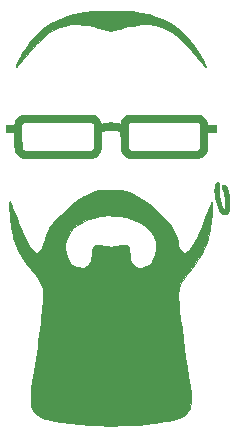
<source format=gbr>
%TF.GenerationSoftware,KiCad,Pcbnew,5.1.6-c6e7f7d~87~ubuntu20.04.1*%
%TF.CreationDate,2020-07-24T20:50:48-07:00*%
%TF.ProjectId,bcdc-keys,62636463-2d6b-4657-9973-2e6b69636164,rev?*%
%TF.SameCoordinates,Original*%
%TF.FileFunction,Soldermask,Top*%
%TF.FilePolarity,Negative*%
%FSLAX46Y46*%
G04 Gerber Fmt 4.6, Leading zero omitted, Abs format (unit mm)*
G04 Created by KiCad (PCBNEW 5.1.6-c6e7f7d~87~ubuntu20.04.1) date 2020-07-24 20:50:48*
%MOMM*%
%LPD*%
G01*
G04 APERTURE LIST*
%ADD10C,0.010000*%
G04 APERTURE END LIST*
D10*
%TO.C,G\u002A\u002A\u002A*%
G36*
X105834Y2352795D02*
G01*
X505342Y2331690D01*
X854697Y2291406D01*
X1172740Y2227525D01*
X1478311Y2135629D01*
X1790252Y2011299D01*
X2019598Y1904025D01*
X2445774Y1670642D01*
X2875373Y1386309D01*
X3313480Y1047103D01*
X3765177Y649096D01*
X4217276Y207062D01*
X4389276Y28608D01*
X4557185Y-150566D01*
X4709918Y-318264D01*
X4836390Y-462288D01*
X4925515Y-570438D01*
X4934428Y-582084D01*
X5128980Y-874527D01*
X5299417Y-1198225D01*
X5433627Y-1527826D01*
X5507420Y-1781528D01*
X5589083Y-2108607D01*
X5670341Y-2372195D01*
X5754633Y-2579252D01*
X5845398Y-2736739D01*
X5946074Y-2851614D01*
X6060100Y-2930838D01*
X6080166Y-2940839D01*
X6172946Y-2977480D01*
X6245390Y-2978399D01*
X6322218Y-2951660D01*
X6478654Y-2853055D01*
X6645713Y-2685180D01*
X6823159Y-2448482D01*
X7010753Y-2143407D01*
X7208260Y-1770400D01*
X7415442Y-1329906D01*
X7632062Y-822373D01*
X7857884Y-248244D01*
X8078697Y352778D01*
X8155899Y564809D01*
X8232864Y768241D01*
X8303628Y947872D01*
X8362227Y1088503D01*
X8397072Y1164166D01*
X8451216Y1269075D01*
X8482926Y1317919D01*
X8501557Y1317626D01*
X8516460Y1275122D01*
X8521341Y1256198D01*
X8535343Y1145269D01*
X8538254Y975106D01*
X8531070Y755987D01*
X8514782Y498190D01*
X8490385Y211994D01*
X8458872Y-92323D01*
X8421236Y-404482D01*
X8378471Y-714205D01*
X8331570Y-1011213D01*
X8281526Y-1285229D01*
X8270368Y-1340556D01*
X8179139Y-1730174D01*
X8068025Y-2098801D01*
X7932277Y-2455560D01*
X7767147Y-2809576D01*
X7567885Y-3169973D01*
X7329743Y-3545874D01*
X7047971Y-3946405D01*
X6717821Y-4380689D01*
X6630274Y-4491691D01*
X6393148Y-4792878D01*
X6193855Y-5055428D01*
X6029879Y-5288859D01*
X5898708Y-5502690D01*
X5797828Y-5706440D01*
X5724726Y-5909630D01*
X5676889Y-6121777D01*
X5651803Y-6352401D01*
X5646954Y-6611021D01*
X5659831Y-6907157D01*
X5687918Y-7250328D01*
X5728704Y-7650052D01*
X5748422Y-7831667D01*
X5835231Y-8595956D01*
X5931985Y-9396364D01*
X6036526Y-10216976D01*
X6146694Y-11041877D01*
X6260330Y-11855152D01*
X6375274Y-12640886D01*
X6489368Y-13383164D01*
X6566877Y-13864167D01*
X6639932Y-14339245D01*
X6691665Y-14753473D01*
X6721669Y-15113384D01*
X6729537Y-15425511D01*
X6714863Y-15696389D01*
X6677240Y-15932551D01*
X6616260Y-16140531D01*
X6531518Y-16326863D01*
X6422606Y-16498079D01*
X6401107Y-16526876D01*
X6274913Y-16656133D01*
X6101084Y-16785207D01*
X5901235Y-16900384D01*
X5696978Y-16987952D01*
X5650497Y-17003096D01*
X5423764Y-17064810D01*
X5140180Y-17130709D01*
X4813143Y-17198429D01*
X4456053Y-17265605D01*
X4082309Y-17329875D01*
X3705311Y-17388875D01*
X3338457Y-17440241D01*
X2995147Y-17481609D01*
X2857500Y-17495793D01*
X2398471Y-17533894D01*
X1884821Y-17565368D01*
X1332198Y-17589934D01*
X756250Y-17607314D01*
X172626Y-17617228D01*
X-403027Y-17619398D01*
X-955059Y-17613545D01*
X-1467824Y-17599389D01*
X-1869722Y-17580107D01*
X-2697603Y-17518687D01*
X-3480227Y-17436467D01*
X-4211980Y-17334243D01*
X-4887243Y-17212813D01*
X-5500399Y-17072971D01*
X-5564061Y-17056434D01*
X-5901744Y-16947898D01*
X-6178000Y-16814589D01*
X-6398825Y-16652527D01*
X-6570215Y-16457731D01*
X-6642938Y-16340075D01*
X-6730890Y-16151969D01*
X-6795780Y-15948560D01*
X-6837809Y-15722497D01*
X-6857180Y-15466425D01*
X-6854094Y-15172991D01*
X-6828752Y-14834842D01*
X-6781357Y-14444624D01*
X-6712110Y-13994985D01*
X-6707942Y-13970000D01*
X-6633239Y-13513503D01*
X-6557498Y-13031390D01*
X-6481410Y-12529235D01*
X-6405663Y-12012609D01*
X-6330948Y-11487086D01*
X-6257953Y-10958239D01*
X-6187367Y-10431640D01*
X-6119880Y-9912863D01*
X-6056182Y-9407479D01*
X-5996962Y-8921062D01*
X-5942909Y-8459184D01*
X-5894712Y-8027418D01*
X-5853061Y-7631338D01*
X-5818645Y-7276515D01*
X-5792153Y-6968523D01*
X-5774276Y-6712935D01*
X-5765701Y-6515322D01*
X-5767120Y-6381259D01*
X-5767910Y-6370698D01*
X-5826512Y-5994111D01*
X-5939094Y-5650771D01*
X-6111233Y-5327396D01*
X-6329863Y-5032696D01*
X-6517228Y-4804221D01*
X-6721639Y-4545349D01*
X-6930754Y-4272441D01*
X-7132235Y-4001857D01*
X-7313743Y-3749960D01*
X-7462937Y-3533111D01*
X-7478137Y-3510139D01*
X-7758826Y-3052990D01*
X-7985885Y-2611674D01*
X-8167334Y-2167704D01*
X-8311190Y-1702595D01*
X-8374390Y-1443615D01*
X-8428005Y-1179471D01*
X-8478893Y-881721D01*
X-8525756Y-562756D01*
X-8567295Y-234965D01*
X-8602212Y89260D01*
X-8629208Y397531D01*
X-8646986Y677457D01*
X-8654247Y916649D01*
X-8649692Y1102715D01*
X-8645805Y1146528D01*
X-8622441Y1358194D01*
X-8505185Y1111250D01*
X-8461384Y1012712D01*
X-8397108Y859591D01*
X-8316948Y663256D01*
X-8225500Y435074D01*
X-8127357Y186415D01*
X-8027112Y-71354D01*
X-8023097Y-81762D01*
X-7916014Y-356794D01*
X-7804442Y-638652D01*
X-7694451Y-912335D01*
X-7592108Y-1162847D01*
X-7503481Y-1375189D01*
X-7443174Y-1515125D01*
X-7268166Y-1887582D01*
X-7093602Y-2212547D01*
X-6922462Y-2485624D01*
X-6757726Y-2702418D01*
X-6602373Y-2858533D01*
X-6475724Y-2942262D01*
X-6384068Y-2978139D01*
X-6311617Y-2977861D01*
X-6236671Y-2951066D01*
X-6096202Y-2865764D01*
X-5974406Y-2735031D01*
X-5928200Y-2655934D01*
X-3903009Y-2655934D01*
X-3843984Y-3031686D01*
X-3735655Y-3381317D01*
X-3592146Y-3670524D01*
X-3412156Y-3900771D01*
X-3194380Y-4073523D01*
X-2937517Y-4190247D01*
X-2777430Y-4231426D01*
X-2534551Y-4261364D01*
X-2333517Y-4245062D01*
X-2202892Y-4202073D01*
X-2051617Y-4103034D01*
X-1909047Y-3956190D01*
X-1794217Y-3783532D01*
X-1745454Y-3673595D01*
X-1719900Y-3571891D01*
X-1694670Y-3421283D01*
X-1672925Y-3243366D01*
X-1659544Y-3086806D01*
X-1642353Y-2867867D01*
X-1622065Y-2706668D01*
X-1594932Y-2590393D01*
X-1557208Y-2506230D01*
X-1505144Y-2441364D01*
X-1459054Y-2401280D01*
X-1404732Y-2364220D01*
X-1345722Y-2342588D01*
X-1263709Y-2333634D01*
X-1140377Y-2334609D01*
X-1041906Y-2338679D01*
X-862589Y-2353200D01*
X-676600Y-2378210D01*
X-519025Y-2408808D01*
X-493889Y-2415200D01*
X-295581Y-2449776D01*
X-63152Y-2461446D01*
X176052Y-2451055D01*
X394689Y-2419447D01*
X524783Y-2383752D01*
X659380Y-2351688D01*
X837306Y-2332428D01*
X969817Y-2328334D01*
X1144304Y-2334850D01*
X1276509Y-2360149D01*
X1372980Y-2412854D01*
X1440267Y-2501587D01*
X1484918Y-2634974D01*
X1513484Y-2821636D01*
X1532454Y-3069167D01*
X1557042Y-3343473D01*
X1597984Y-3563919D01*
X1659671Y-3746178D01*
X1746493Y-3905923D01*
X1780656Y-3955335D01*
X1929243Y-4115862D01*
X2102021Y-4216745D01*
X2305788Y-4260116D01*
X2547341Y-4248107D01*
X2652917Y-4228946D01*
X2940241Y-4135136D01*
X3189046Y-3986214D01*
X3392811Y-3787174D01*
X3543175Y-3546925D01*
X3685004Y-3171798D01*
X3763604Y-2785856D01*
X3778878Y-2398566D01*
X3730729Y-2019397D01*
X3619060Y-1657816D01*
X3563687Y-1534584D01*
X3374136Y-1225302D01*
X3124177Y-940861D01*
X2820256Y-683550D01*
X2468820Y-455660D01*
X2076316Y-259482D01*
X1649191Y-97307D01*
X1193893Y28574D01*
X716867Y115871D01*
X224561Y162293D01*
X-276578Y165548D01*
X-780104Y123347D01*
X-1005416Y88975D01*
X-1464959Y-12102D01*
X-1910369Y-150144D01*
X-2326675Y-319333D01*
X-2698903Y-513851D01*
X-2910051Y-651064D01*
X-3229674Y-918050D01*
X-3490173Y-1218343D01*
X-3689651Y-1547109D01*
X-3826213Y-1899518D01*
X-3897965Y-2270737D01*
X-3903009Y-2655934D01*
X-5928200Y-2655934D01*
X-5868111Y-2553075D01*
X-5774146Y-2314103D01*
X-5689339Y-2012322D01*
X-5664681Y-1906315D01*
X-5548889Y-1508464D01*
X-5384185Y-1116057D01*
X-5181572Y-753118D01*
X-5050157Y-564445D01*
X-4972599Y-470065D01*
X-4855345Y-337203D01*
X-4708743Y-177110D01*
X-4543142Y-1037D01*
X-4368892Y179763D01*
X-4316475Y233245D01*
X-3893922Y646426D01*
X-3493868Y1002948D01*
X-3107619Y1309434D01*
X-2726480Y1572510D01*
X-2341756Y1798801D01*
X-2099028Y1922849D01*
X-1733487Y2083962D01*
X-1380189Y2204663D01*
X-1022593Y2288175D01*
X-644157Y2337726D01*
X-228341Y2356540D01*
X105834Y2352795D01*
G37*
X105834Y2352795D02*
X505342Y2331690D01*
X854697Y2291406D01*
X1172740Y2227525D01*
X1478311Y2135629D01*
X1790252Y2011299D01*
X2019598Y1904025D01*
X2445774Y1670642D01*
X2875373Y1386309D01*
X3313480Y1047103D01*
X3765177Y649096D01*
X4217276Y207062D01*
X4389276Y28608D01*
X4557185Y-150566D01*
X4709918Y-318264D01*
X4836390Y-462288D01*
X4925515Y-570438D01*
X4934428Y-582084D01*
X5128980Y-874527D01*
X5299417Y-1198225D01*
X5433627Y-1527826D01*
X5507420Y-1781528D01*
X5589083Y-2108607D01*
X5670341Y-2372195D01*
X5754633Y-2579252D01*
X5845398Y-2736739D01*
X5946074Y-2851614D01*
X6060100Y-2930838D01*
X6080166Y-2940839D01*
X6172946Y-2977480D01*
X6245390Y-2978399D01*
X6322218Y-2951660D01*
X6478654Y-2853055D01*
X6645713Y-2685180D01*
X6823159Y-2448482D01*
X7010753Y-2143407D01*
X7208260Y-1770400D01*
X7415442Y-1329906D01*
X7632062Y-822373D01*
X7857884Y-248244D01*
X8078697Y352778D01*
X8155899Y564809D01*
X8232864Y768241D01*
X8303628Y947872D01*
X8362227Y1088503D01*
X8397072Y1164166D01*
X8451216Y1269075D01*
X8482926Y1317919D01*
X8501557Y1317626D01*
X8516460Y1275122D01*
X8521341Y1256198D01*
X8535343Y1145269D01*
X8538254Y975106D01*
X8531070Y755987D01*
X8514782Y498190D01*
X8490385Y211994D01*
X8458872Y-92323D01*
X8421236Y-404482D01*
X8378471Y-714205D01*
X8331570Y-1011213D01*
X8281526Y-1285229D01*
X8270368Y-1340556D01*
X8179139Y-1730174D01*
X8068025Y-2098801D01*
X7932277Y-2455560D01*
X7767147Y-2809576D01*
X7567885Y-3169973D01*
X7329743Y-3545874D01*
X7047971Y-3946405D01*
X6717821Y-4380689D01*
X6630274Y-4491691D01*
X6393148Y-4792878D01*
X6193855Y-5055428D01*
X6029879Y-5288859D01*
X5898708Y-5502690D01*
X5797828Y-5706440D01*
X5724726Y-5909630D01*
X5676889Y-6121777D01*
X5651803Y-6352401D01*
X5646954Y-6611021D01*
X5659831Y-6907157D01*
X5687918Y-7250328D01*
X5728704Y-7650052D01*
X5748422Y-7831667D01*
X5835231Y-8595956D01*
X5931985Y-9396364D01*
X6036526Y-10216976D01*
X6146694Y-11041877D01*
X6260330Y-11855152D01*
X6375274Y-12640886D01*
X6489368Y-13383164D01*
X6566877Y-13864167D01*
X6639932Y-14339245D01*
X6691665Y-14753473D01*
X6721669Y-15113384D01*
X6729537Y-15425511D01*
X6714863Y-15696389D01*
X6677240Y-15932551D01*
X6616260Y-16140531D01*
X6531518Y-16326863D01*
X6422606Y-16498079D01*
X6401107Y-16526876D01*
X6274913Y-16656133D01*
X6101084Y-16785207D01*
X5901235Y-16900384D01*
X5696978Y-16987952D01*
X5650497Y-17003096D01*
X5423764Y-17064810D01*
X5140180Y-17130709D01*
X4813143Y-17198429D01*
X4456053Y-17265605D01*
X4082309Y-17329875D01*
X3705311Y-17388875D01*
X3338457Y-17440241D01*
X2995147Y-17481609D01*
X2857500Y-17495793D01*
X2398471Y-17533894D01*
X1884821Y-17565368D01*
X1332198Y-17589934D01*
X756250Y-17607314D01*
X172626Y-17617228D01*
X-403027Y-17619398D01*
X-955059Y-17613545D01*
X-1467824Y-17599389D01*
X-1869722Y-17580107D01*
X-2697603Y-17518687D01*
X-3480227Y-17436467D01*
X-4211980Y-17334243D01*
X-4887243Y-17212813D01*
X-5500399Y-17072971D01*
X-5564061Y-17056434D01*
X-5901744Y-16947898D01*
X-6178000Y-16814589D01*
X-6398825Y-16652527D01*
X-6570215Y-16457731D01*
X-6642938Y-16340075D01*
X-6730890Y-16151969D01*
X-6795780Y-15948560D01*
X-6837809Y-15722497D01*
X-6857180Y-15466425D01*
X-6854094Y-15172991D01*
X-6828752Y-14834842D01*
X-6781357Y-14444624D01*
X-6712110Y-13994985D01*
X-6707942Y-13970000D01*
X-6633239Y-13513503D01*
X-6557498Y-13031390D01*
X-6481410Y-12529235D01*
X-6405663Y-12012609D01*
X-6330948Y-11487086D01*
X-6257953Y-10958239D01*
X-6187367Y-10431640D01*
X-6119880Y-9912863D01*
X-6056182Y-9407479D01*
X-5996962Y-8921062D01*
X-5942909Y-8459184D01*
X-5894712Y-8027418D01*
X-5853061Y-7631338D01*
X-5818645Y-7276515D01*
X-5792153Y-6968523D01*
X-5774276Y-6712935D01*
X-5765701Y-6515322D01*
X-5767120Y-6381259D01*
X-5767910Y-6370698D01*
X-5826512Y-5994111D01*
X-5939094Y-5650771D01*
X-6111233Y-5327396D01*
X-6329863Y-5032696D01*
X-6517228Y-4804221D01*
X-6721639Y-4545349D01*
X-6930754Y-4272441D01*
X-7132235Y-4001857D01*
X-7313743Y-3749960D01*
X-7462937Y-3533111D01*
X-7478137Y-3510139D01*
X-7758826Y-3052990D01*
X-7985885Y-2611674D01*
X-8167334Y-2167704D01*
X-8311190Y-1702595D01*
X-8374390Y-1443615D01*
X-8428005Y-1179471D01*
X-8478893Y-881721D01*
X-8525756Y-562756D01*
X-8567295Y-234965D01*
X-8602212Y89260D01*
X-8629208Y397531D01*
X-8646986Y677457D01*
X-8654247Y916649D01*
X-8649692Y1102715D01*
X-8645805Y1146528D01*
X-8622441Y1358194D01*
X-8505185Y1111250D01*
X-8461384Y1012712D01*
X-8397108Y859591D01*
X-8316948Y663256D01*
X-8225500Y435074D01*
X-8127357Y186415D01*
X-8027112Y-71354D01*
X-8023097Y-81762D01*
X-7916014Y-356794D01*
X-7804442Y-638652D01*
X-7694451Y-912335D01*
X-7592108Y-1162847D01*
X-7503481Y-1375189D01*
X-7443174Y-1515125D01*
X-7268166Y-1887582D01*
X-7093602Y-2212547D01*
X-6922462Y-2485624D01*
X-6757726Y-2702418D01*
X-6602373Y-2858533D01*
X-6475724Y-2942262D01*
X-6384068Y-2978139D01*
X-6311617Y-2977861D01*
X-6236671Y-2951066D01*
X-6096202Y-2865764D01*
X-5974406Y-2735031D01*
X-5928200Y-2655934D01*
X-3903009Y-2655934D01*
X-3843984Y-3031686D01*
X-3735655Y-3381317D01*
X-3592146Y-3670524D01*
X-3412156Y-3900771D01*
X-3194380Y-4073523D01*
X-2937517Y-4190247D01*
X-2777430Y-4231426D01*
X-2534551Y-4261364D01*
X-2333517Y-4245062D01*
X-2202892Y-4202073D01*
X-2051617Y-4103034D01*
X-1909047Y-3956190D01*
X-1794217Y-3783532D01*
X-1745454Y-3673595D01*
X-1719900Y-3571891D01*
X-1694670Y-3421283D01*
X-1672925Y-3243366D01*
X-1659544Y-3086806D01*
X-1642353Y-2867867D01*
X-1622065Y-2706668D01*
X-1594932Y-2590393D01*
X-1557208Y-2506230D01*
X-1505144Y-2441364D01*
X-1459054Y-2401280D01*
X-1404732Y-2364220D01*
X-1345722Y-2342588D01*
X-1263709Y-2333634D01*
X-1140377Y-2334609D01*
X-1041906Y-2338679D01*
X-862589Y-2353200D01*
X-676600Y-2378210D01*
X-519025Y-2408808D01*
X-493889Y-2415200D01*
X-295581Y-2449776D01*
X-63152Y-2461446D01*
X176052Y-2451055D01*
X394689Y-2419447D01*
X524783Y-2383752D01*
X659380Y-2351688D01*
X837306Y-2332428D01*
X969817Y-2328334D01*
X1144304Y-2334850D01*
X1276509Y-2360149D01*
X1372980Y-2412854D01*
X1440267Y-2501587D01*
X1484918Y-2634974D01*
X1513484Y-2821636D01*
X1532454Y-3069167D01*
X1557042Y-3343473D01*
X1597984Y-3563919D01*
X1659671Y-3746178D01*
X1746493Y-3905923D01*
X1780656Y-3955335D01*
X1929243Y-4115862D01*
X2102021Y-4216745D01*
X2305788Y-4260116D01*
X2547341Y-4248107D01*
X2652917Y-4228946D01*
X2940241Y-4135136D01*
X3189046Y-3986214D01*
X3392811Y-3787174D01*
X3543175Y-3546925D01*
X3685004Y-3171798D01*
X3763604Y-2785856D01*
X3778878Y-2398566D01*
X3730729Y-2019397D01*
X3619060Y-1657816D01*
X3563687Y-1534584D01*
X3374136Y-1225302D01*
X3124177Y-940861D01*
X2820256Y-683550D01*
X2468820Y-455660D01*
X2076316Y-259482D01*
X1649191Y-97307D01*
X1193893Y28574D01*
X716867Y115871D01*
X224561Y162293D01*
X-276578Y165548D01*
X-780104Y123347D01*
X-1005416Y88975D01*
X-1464959Y-12102D01*
X-1910369Y-150144D01*
X-2326675Y-319333D01*
X-2698903Y-513851D01*
X-2910051Y-651064D01*
X-3229674Y-918050D01*
X-3490173Y-1218343D01*
X-3689651Y-1547109D01*
X-3826213Y-1899518D01*
X-3897965Y-2270737D01*
X-3903009Y-2655934D01*
X-5928200Y-2655934D01*
X-5868111Y-2553075D01*
X-5774146Y-2314103D01*
X-5689339Y-2012322D01*
X-5664681Y-1906315D01*
X-5548889Y-1508464D01*
X-5384185Y-1116057D01*
X-5181572Y-753118D01*
X-5050157Y-564445D01*
X-4972599Y-470065D01*
X-4855345Y-337203D01*
X-4708743Y-177110D01*
X-4543142Y-1037D01*
X-4368892Y179763D01*
X-4316475Y233245D01*
X-3893922Y646426D01*
X-3493868Y1002948D01*
X-3107619Y1309434D01*
X-2726480Y1572510D01*
X-2341756Y1798801D01*
X-2099028Y1922849D01*
X-1733487Y2083962D01*
X-1380189Y2204663D01*
X-1022593Y2288175D01*
X-644157Y2337726D01*
X-228341Y2356540D01*
X105834Y2352795D01*
G36*
X9023469Y2975553D02*
G01*
X9092496Y2931734D01*
X9124280Y2842215D01*
X9120045Y2700826D01*
X9100402Y2586983D01*
X9075893Y2368533D01*
X9080211Y2103910D01*
X9112027Y1810722D01*
X9170007Y1506580D01*
X9187608Y1434145D01*
X9236754Y1264987D01*
X9297827Y1090936D01*
X9364287Y927234D01*
X9429589Y789127D01*
X9487193Y691857D01*
X9522303Y654306D01*
X9554798Y667103D01*
X9584393Y738340D01*
X9608574Y855905D01*
X9624826Y1007684D01*
X9630637Y1176264D01*
X9619280Y1384572D01*
X9588142Y1628725D01*
X9542010Y1882700D01*
X9485670Y2120473D01*
X9423910Y2316022D01*
X9418335Y2330444D01*
X9360884Y2515033D01*
X9353555Y2650096D01*
X9396348Y2735576D01*
X9420499Y2752380D01*
X9513625Y2773819D01*
X9600890Y2733552D01*
X9683611Y2629628D01*
X9763102Y2460096D01*
X9840678Y2223003D01*
X9881847Y2067758D01*
X9923157Y1859392D01*
X9953598Y1619975D01*
X9972506Y1367421D01*
X9979217Y1119641D01*
X9973065Y894550D01*
X9953387Y710061D01*
X9935263Y627856D01*
X9858589Y446392D01*
X9754451Y322773D01*
X9629123Y260192D01*
X9488878Y261841D01*
X9345009Y327502D01*
X9219090Y446930D01*
X9099579Y626020D01*
X8990008Y853936D01*
X8893906Y1119843D01*
X8814805Y1412907D01*
X8756234Y1722291D01*
X8721724Y2037161D01*
X8713753Y2264861D01*
X8725549Y2536104D01*
X8760987Y2744116D01*
X8819666Y2887979D01*
X8901187Y2966776D01*
X9005150Y2979590D01*
X9023469Y2975553D01*
G37*
X9023469Y2975553D02*
X9092496Y2931734D01*
X9124280Y2842215D01*
X9120045Y2700826D01*
X9100402Y2586983D01*
X9075893Y2368533D01*
X9080211Y2103910D01*
X9112027Y1810722D01*
X9170007Y1506580D01*
X9187608Y1434145D01*
X9236754Y1264987D01*
X9297827Y1090936D01*
X9364287Y927234D01*
X9429589Y789127D01*
X9487193Y691857D01*
X9522303Y654306D01*
X9554798Y667103D01*
X9584393Y738340D01*
X9608574Y855905D01*
X9624826Y1007684D01*
X9630637Y1176264D01*
X9619280Y1384572D01*
X9588142Y1628725D01*
X9542010Y1882700D01*
X9485670Y2120473D01*
X9423910Y2316022D01*
X9418335Y2330444D01*
X9360884Y2515033D01*
X9353555Y2650096D01*
X9396348Y2735576D01*
X9420499Y2752380D01*
X9513625Y2773819D01*
X9600890Y2733552D01*
X9683611Y2629628D01*
X9763102Y2460096D01*
X9840678Y2223003D01*
X9881847Y2067758D01*
X9923157Y1859392D01*
X9953598Y1619975D01*
X9972506Y1367421D01*
X9979217Y1119641D01*
X9973065Y894550D01*
X9953387Y710061D01*
X9935263Y627856D01*
X9858589Y446392D01*
X9754451Y322773D01*
X9629123Y260192D01*
X9488878Y261841D01*
X9345009Y327502D01*
X9219090Y446930D01*
X9099579Y626020D01*
X8990008Y853936D01*
X8893906Y1119843D01*
X8814805Y1412907D01*
X8756234Y1722291D01*
X8721724Y2037161D01*
X8713753Y2264861D01*
X8725549Y2536104D01*
X8760987Y2744116D01*
X8819666Y2887979D01*
X8901187Y2966776D01*
X9005150Y2979590D01*
X9023469Y2975553D01*
G36*
X4973215Y8713583D02*
G01*
X5432878Y8713425D01*
X5831355Y8713027D01*
X6173330Y8712277D01*
X6463488Y8711065D01*
X6706513Y8709281D01*
X6907090Y8706813D01*
X7069904Y8703551D01*
X7199639Y8699384D01*
X7300979Y8694202D01*
X7378610Y8687894D01*
X7437216Y8680349D01*
X7481481Y8671456D01*
X7516090Y8661105D01*
X7545728Y8649185D01*
X7565859Y8639927D01*
X7758317Y8513916D01*
X7921984Y8338216D01*
X8039586Y8132748D01*
X8064298Y8065142D01*
X8126774Y7866944D01*
X8819445Y7866944D01*
X8819445Y7267222D01*
X8118739Y7267222D01*
X8107495Y6482291D01*
X8102384Y6198272D01*
X8094381Y5974446D01*
X8080830Y5800449D01*
X8059076Y5665919D01*
X8026462Y5560493D01*
X7980335Y5473809D01*
X7918038Y5395504D01*
X7836915Y5315215D01*
X7799730Y5281242D01*
X7752187Y5236950D01*
X7710776Y5198102D01*
X7670801Y5164345D01*
X7627569Y5135323D01*
X7576386Y5110679D01*
X7512558Y5090058D01*
X7431392Y5073105D01*
X7328195Y5059465D01*
X7198271Y5048780D01*
X7036929Y5040697D01*
X6839473Y5034858D01*
X6601210Y5030910D01*
X6317446Y5028495D01*
X5983488Y5027259D01*
X5594642Y5026845D01*
X5146214Y5026899D01*
X4633510Y5027065D01*
X4445000Y5027083D01*
X3921043Y5027107D01*
X3462936Y5027256D01*
X3065975Y5027642D01*
X2725454Y5028379D01*
X2436669Y5029581D01*
X2194915Y5031360D01*
X1995486Y5033830D01*
X1833678Y5037105D01*
X1704786Y5041298D01*
X1604105Y5046522D01*
X1526930Y5052890D01*
X1468555Y5060517D01*
X1424276Y5069515D01*
X1389388Y5079998D01*
X1359186Y5092079D01*
X1337402Y5101968D01*
X1138020Y5227148D01*
X967103Y5397485D01*
X862074Y5559658D01*
X839282Y5612990D01*
X821544Y5676427D01*
X807923Y5760098D01*
X797484Y5874133D01*
X789290Y6028660D01*
X782407Y6233809D01*
X776111Y6490069D01*
X758472Y7282776D01*
X582084Y7352665D01*
X428319Y7393667D01*
X227095Y7419281D01*
X-192Y7429503D01*
X-232144Y7424333D01*
X-447365Y7403767D01*
X-624455Y7367804D01*
X-670278Y7352783D01*
X-864305Y7280358D01*
X-883133Y6506498D01*
X-890864Y6226655D01*
X-900379Y6006776D01*
X-914031Y5836268D01*
X-934172Y5704542D01*
X-963157Y5601008D01*
X-1003337Y5515075D01*
X-1057065Y5436152D01*
X-1126694Y5353649D01*
X-1143394Y5335058D01*
X-1253464Y5236422D01*
X-1389203Y5145098D01*
X-1455503Y5110676D01*
X-1640416Y5027083D01*
X-4480278Y5021626D01*
X-4925541Y5021151D01*
X-5353147Y5021430D01*
X-5757445Y5022416D01*
X-6132784Y5024062D01*
X-6473515Y5026319D01*
X-6773987Y5029141D01*
X-7028550Y5032480D01*
X-7231553Y5036287D01*
X-7377348Y5040516D01*
X-7460283Y5045118D01*
X-7473711Y5046867D01*
X-7662012Y5108636D01*
X-7843460Y5210006D01*
X-7990351Y5334502D01*
X-8023407Y5373727D01*
X-8084848Y5458571D01*
X-8131987Y5538842D01*
X-8166703Y5625393D01*
X-8190877Y5729076D01*
X-8206386Y5860746D01*
X-8215110Y6031256D01*
X-8218927Y6251459D01*
X-8219722Y6507617D01*
X-8219722Y7267222D01*
X-8960555Y7267222D01*
X-8960555Y7866944D01*
X-8228740Y7866944D01*
X-8222231Y7907649D01*
X-7620000Y7907649D01*
X-7620000Y6889730D01*
X-7619711Y6577541D01*
X-7617892Y6328079D01*
X-7613110Y6133518D01*
X-7603933Y5986029D01*
X-7588931Y5877784D01*
X-7566670Y5800956D01*
X-7535721Y5747717D01*
X-7494651Y5710239D01*
X-7442028Y5680695D01*
X-7394988Y5659415D01*
X-7337127Y5649468D01*
X-7216051Y5640741D01*
X-7038352Y5633213D01*
X-6810625Y5626860D01*
X-6539464Y5621659D01*
X-6231462Y5617587D01*
X-5893213Y5614621D01*
X-5531311Y5612738D01*
X-5152350Y5611915D01*
X-4762924Y5612129D01*
X-4369627Y5613358D01*
X-3979052Y5615577D01*
X-3597793Y5618765D01*
X-3232444Y5622897D01*
X-2889600Y5627952D01*
X-2575853Y5633906D01*
X-2297798Y5640736D01*
X-2062029Y5648419D01*
X-1875139Y5656932D01*
X-1743722Y5666252D01*
X-1674372Y5676357D01*
X-1666865Y5679395D01*
X-1613973Y5718622D01*
X-1572033Y5763834D01*
X-1539900Y5823083D01*
X-1516426Y5904422D01*
X-1500466Y6015905D01*
X-1490873Y6165584D01*
X-1486500Y6361513D01*
X-1486202Y6611745D01*
X-1488832Y6924333D01*
X-1488890Y6929701D01*
X-1499305Y7897706D01*
X-1508836Y7907649D01*
X1375834Y7907649D01*
X1375834Y6886638D01*
X1376040Y6590808D01*
X1377020Y6357249D01*
X1379316Y6177677D01*
X1383468Y6043807D01*
X1390019Y5947355D01*
X1399509Y5880037D01*
X1412480Y5833569D01*
X1429474Y5799665D01*
X1448608Y5773108D01*
X1536466Y5695914D01*
X1633817Y5648059D01*
X1691472Y5641577D01*
X1812916Y5635732D01*
X1991387Y5630526D01*
X2220122Y5625961D01*
X2492357Y5622038D01*
X2801329Y5618758D01*
X3140275Y5616124D01*
X3502432Y5614136D01*
X3881037Y5612796D01*
X4269326Y5612107D01*
X4660538Y5612068D01*
X5047908Y5612682D01*
X5424673Y5613950D01*
X5784071Y5615874D01*
X6119338Y5618455D01*
X6423711Y5621695D01*
X6690428Y5625595D01*
X6912724Y5630157D01*
X7083837Y5635382D01*
X7197004Y5641272D01*
X7242599Y5646806D01*
X7378173Y5716805D01*
X7445314Y5796540D01*
X7465791Y5834528D01*
X7481754Y5879143D01*
X7493761Y5939126D01*
X7502370Y6023221D01*
X7508140Y6140171D01*
X7511629Y6298718D01*
X7513395Y6507606D01*
X7513997Y6775577D01*
X7514035Y6872666D01*
X7513601Y7174352D01*
X7511477Y7413865D01*
X7506570Y7599585D01*
X7497784Y7739894D01*
X7484025Y7843172D01*
X7464199Y7917798D01*
X7437212Y7972154D01*
X7401969Y8014620D01*
X7360107Y8051368D01*
X7342780Y8062420D01*
X7316828Y8072059D01*
X7277632Y8080383D01*
X7220572Y8087490D01*
X7141027Y8093476D01*
X7034378Y8098440D01*
X6896004Y8102479D01*
X6721285Y8105690D01*
X6505601Y8108171D01*
X6244333Y8110019D01*
X5932860Y8111332D01*
X5566561Y8112207D01*
X5140818Y8112741D01*
X4651009Y8113033D01*
X4433467Y8113104D01*
X1582073Y8113889D01*
X1478953Y8010769D01*
X1375834Y7907649D01*
X-1508836Y7907649D01*
X-1602919Y8005797D01*
X-1706533Y8113889D01*
X-7413761Y8113889D01*
X-7516880Y8010769D01*
X-7620000Y7907649D01*
X-8222231Y7907649D01*
X-8206882Y8003634D01*
X-8152276Y8167738D01*
X-8048346Y8337060D01*
X-7910940Y8489785D01*
X-7781533Y8589111D01*
X-7607927Y8695972D01*
X-4614432Y8705376D01*
X-4086046Y8707016D01*
X-3623534Y8708335D01*
X-3222214Y8709234D01*
X-2877405Y8709616D01*
X-2584425Y8709385D01*
X-2338594Y8708442D01*
X-2135228Y8706690D01*
X-1969648Y8704032D01*
X-1837171Y8700370D01*
X-1733116Y8695607D01*
X-1652802Y8689645D01*
X-1591547Y8682387D01*
X-1544670Y8673735D01*
X-1507489Y8663593D01*
X-1475323Y8651862D01*
X-1445764Y8639423D01*
X-1289633Y8547410D01*
X-1145545Y8418147D01*
X-1026670Y8268190D01*
X-946177Y8114096D01*
X-917222Y7974886D01*
X-912299Y7944855D01*
X-887723Y7933329D01*
X-828786Y7940448D01*
X-720778Y7966353D01*
X-679097Y7977160D01*
X-420224Y8023406D01*
X-122412Y8042012D01*
X188529Y8033364D01*
X486787Y7997848D01*
X675405Y7956883D01*
X737625Y7947600D01*
X775312Y7973710D01*
X807798Y8050650D01*
X813208Y8066894D01*
X923587Y8297483D01*
X1085822Y8489892D01*
X1289310Y8632857D01*
X1386950Y8676362D01*
X1442114Y8684093D01*
X1564235Y8690914D01*
X1753752Y8696829D01*
X2011103Y8701844D01*
X2336728Y8705963D01*
X2731067Y8709193D01*
X3194558Y8711538D01*
X3727641Y8713004D01*
X4330755Y8713597D01*
X4447681Y8713611D01*
X4973215Y8713583D01*
G37*
X4973215Y8713583D02*
X5432878Y8713425D01*
X5831355Y8713027D01*
X6173330Y8712277D01*
X6463488Y8711065D01*
X6706513Y8709281D01*
X6907090Y8706813D01*
X7069904Y8703551D01*
X7199639Y8699384D01*
X7300979Y8694202D01*
X7378610Y8687894D01*
X7437216Y8680349D01*
X7481481Y8671456D01*
X7516090Y8661105D01*
X7545728Y8649185D01*
X7565859Y8639927D01*
X7758317Y8513916D01*
X7921984Y8338216D01*
X8039586Y8132748D01*
X8064298Y8065142D01*
X8126774Y7866944D01*
X8819445Y7866944D01*
X8819445Y7267222D01*
X8118739Y7267222D01*
X8107495Y6482291D01*
X8102384Y6198272D01*
X8094381Y5974446D01*
X8080830Y5800449D01*
X8059076Y5665919D01*
X8026462Y5560493D01*
X7980335Y5473809D01*
X7918038Y5395504D01*
X7836915Y5315215D01*
X7799730Y5281242D01*
X7752187Y5236950D01*
X7710776Y5198102D01*
X7670801Y5164345D01*
X7627569Y5135323D01*
X7576386Y5110679D01*
X7512558Y5090058D01*
X7431392Y5073105D01*
X7328195Y5059465D01*
X7198271Y5048780D01*
X7036929Y5040697D01*
X6839473Y5034858D01*
X6601210Y5030910D01*
X6317446Y5028495D01*
X5983488Y5027259D01*
X5594642Y5026845D01*
X5146214Y5026899D01*
X4633510Y5027065D01*
X4445000Y5027083D01*
X3921043Y5027107D01*
X3462936Y5027256D01*
X3065975Y5027642D01*
X2725454Y5028379D01*
X2436669Y5029581D01*
X2194915Y5031360D01*
X1995486Y5033830D01*
X1833678Y5037105D01*
X1704786Y5041298D01*
X1604105Y5046522D01*
X1526930Y5052890D01*
X1468555Y5060517D01*
X1424276Y5069515D01*
X1389388Y5079998D01*
X1359186Y5092079D01*
X1337402Y5101968D01*
X1138020Y5227148D01*
X967103Y5397485D01*
X862074Y5559658D01*
X839282Y5612990D01*
X821544Y5676427D01*
X807923Y5760098D01*
X797484Y5874133D01*
X789290Y6028660D01*
X782407Y6233809D01*
X776111Y6490069D01*
X758472Y7282776D01*
X582084Y7352665D01*
X428319Y7393667D01*
X227095Y7419281D01*
X-192Y7429503D01*
X-232144Y7424333D01*
X-447365Y7403767D01*
X-624455Y7367804D01*
X-670278Y7352783D01*
X-864305Y7280358D01*
X-883133Y6506498D01*
X-890864Y6226655D01*
X-900379Y6006776D01*
X-914031Y5836268D01*
X-934172Y5704542D01*
X-963157Y5601008D01*
X-1003337Y5515075D01*
X-1057065Y5436152D01*
X-1126694Y5353649D01*
X-1143394Y5335058D01*
X-1253464Y5236422D01*
X-1389203Y5145098D01*
X-1455503Y5110676D01*
X-1640416Y5027083D01*
X-4480278Y5021626D01*
X-4925541Y5021151D01*
X-5353147Y5021430D01*
X-5757445Y5022416D01*
X-6132784Y5024062D01*
X-6473515Y5026319D01*
X-6773987Y5029141D01*
X-7028550Y5032480D01*
X-7231553Y5036287D01*
X-7377348Y5040516D01*
X-7460283Y5045118D01*
X-7473711Y5046867D01*
X-7662012Y5108636D01*
X-7843460Y5210006D01*
X-7990351Y5334502D01*
X-8023407Y5373727D01*
X-8084848Y5458571D01*
X-8131987Y5538842D01*
X-8166703Y5625393D01*
X-8190877Y5729076D01*
X-8206386Y5860746D01*
X-8215110Y6031256D01*
X-8218927Y6251459D01*
X-8219722Y6507617D01*
X-8219722Y7267222D01*
X-8960555Y7267222D01*
X-8960555Y7866944D01*
X-8228740Y7866944D01*
X-8222231Y7907649D01*
X-7620000Y7907649D01*
X-7620000Y6889730D01*
X-7619711Y6577541D01*
X-7617892Y6328079D01*
X-7613110Y6133518D01*
X-7603933Y5986029D01*
X-7588931Y5877784D01*
X-7566670Y5800956D01*
X-7535721Y5747717D01*
X-7494651Y5710239D01*
X-7442028Y5680695D01*
X-7394988Y5659415D01*
X-7337127Y5649468D01*
X-7216051Y5640741D01*
X-7038352Y5633213D01*
X-6810625Y5626860D01*
X-6539464Y5621659D01*
X-6231462Y5617587D01*
X-5893213Y5614621D01*
X-5531311Y5612738D01*
X-5152350Y5611915D01*
X-4762924Y5612129D01*
X-4369627Y5613358D01*
X-3979052Y5615577D01*
X-3597793Y5618765D01*
X-3232444Y5622897D01*
X-2889600Y5627952D01*
X-2575853Y5633906D01*
X-2297798Y5640736D01*
X-2062029Y5648419D01*
X-1875139Y5656932D01*
X-1743722Y5666252D01*
X-1674372Y5676357D01*
X-1666865Y5679395D01*
X-1613973Y5718622D01*
X-1572033Y5763834D01*
X-1539900Y5823083D01*
X-1516426Y5904422D01*
X-1500466Y6015905D01*
X-1490873Y6165584D01*
X-1486500Y6361513D01*
X-1486202Y6611745D01*
X-1488832Y6924333D01*
X-1488890Y6929701D01*
X-1499305Y7897706D01*
X-1508836Y7907649D01*
X1375834Y7907649D01*
X1375834Y6886638D01*
X1376040Y6590808D01*
X1377020Y6357249D01*
X1379316Y6177677D01*
X1383468Y6043807D01*
X1390019Y5947355D01*
X1399509Y5880037D01*
X1412480Y5833569D01*
X1429474Y5799665D01*
X1448608Y5773108D01*
X1536466Y5695914D01*
X1633817Y5648059D01*
X1691472Y5641577D01*
X1812916Y5635732D01*
X1991387Y5630526D01*
X2220122Y5625961D01*
X2492357Y5622038D01*
X2801329Y5618758D01*
X3140275Y5616124D01*
X3502432Y5614136D01*
X3881037Y5612796D01*
X4269326Y5612107D01*
X4660538Y5612068D01*
X5047908Y5612682D01*
X5424673Y5613950D01*
X5784071Y5615874D01*
X6119338Y5618455D01*
X6423711Y5621695D01*
X6690428Y5625595D01*
X6912724Y5630157D01*
X7083837Y5635382D01*
X7197004Y5641272D01*
X7242599Y5646806D01*
X7378173Y5716805D01*
X7445314Y5796540D01*
X7465791Y5834528D01*
X7481754Y5879143D01*
X7493761Y5939126D01*
X7502370Y6023221D01*
X7508140Y6140171D01*
X7511629Y6298718D01*
X7513395Y6507606D01*
X7513997Y6775577D01*
X7514035Y6872666D01*
X7513601Y7174352D01*
X7511477Y7413865D01*
X7506570Y7599585D01*
X7497784Y7739894D01*
X7484025Y7843172D01*
X7464199Y7917798D01*
X7437212Y7972154D01*
X7401969Y8014620D01*
X7360107Y8051368D01*
X7342780Y8062420D01*
X7316828Y8072059D01*
X7277632Y8080383D01*
X7220572Y8087490D01*
X7141027Y8093476D01*
X7034378Y8098440D01*
X6896004Y8102479D01*
X6721285Y8105690D01*
X6505601Y8108171D01*
X6244333Y8110019D01*
X5932860Y8111332D01*
X5566561Y8112207D01*
X5140818Y8112741D01*
X4651009Y8113033D01*
X4433467Y8113104D01*
X1582073Y8113889D01*
X1478953Y8010769D01*
X1375834Y7907649D01*
X-1508836Y7907649D01*
X-1602919Y8005797D01*
X-1706533Y8113889D01*
X-7413761Y8113889D01*
X-7516880Y8010769D01*
X-7620000Y7907649D01*
X-8222231Y7907649D01*
X-8206882Y8003634D01*
X-8152276Y8167738D01*
X-8048346Y8337060D01*
X-7910940Y8489785D01*
X-7781533Y8589111D01*
X-7607927Y8695972D01*
X-4614432Y8705376D01*
X-4086046Y8707016D01*
X-3623534Y8708335D01*
X-3222214Y8709234D01*
X-2877405Y8709616D01*
X-2584425Y8709385D01*
X-2338594Y8708442D01*
X-2135228Y8706690D01*
X-1969648Y8704032D01*
X-1837171Y8700370D01*
X-1733116Y8695607D01*
X-1652802Y8689645D01*
X-1591547Y8682387D01*
X-1544670Y8673735D01*
X-1507489Y8663593D01*
X-1475323Y8651862D01*
X-1445764Y8639423D01*
X-1289633Y8547410D01*
X-1145545Y8418147D01*
X-1026670Y8268190D01*
X-946177Y8114096D01*
X-917222Y7974886D01*
X-912299Y7944855D01*
X-887723Y7933329D01*
X-828786Y7940448D01*
X-720778Y7966353D01*
X-679097Y7977160D01*
X-420224Y8023406D01*
X-122412Y8042012D01*
X188529Y8033364D01*
X486787Y7997848D01*
X675405Y7956883D01*
X737625Y7947600D01*
X775312Y7973710D01*
X807798Y8050650D01*
X813208Y8066894D01*
X923587Y8297483D01*
X1085822Y8489892D01*
X1289310Y8632857D01*
X1386950Y8676362D01*
X1442114Y8684093D01*
X1564235Y8690914D01*
X1753752Y8696829D01*
X2011103Y8701844D01*
X2336728Y8705963D01*
X2731067Y8709193D01*
X3194558Y8711538D01*
X3727641Y8713004D01*
X4330755Y8713597D01*
X4447681Y8713611D01*
X4973215Y8713583D01*
G36*
X-52916Y17514984D02*
G01*
X322908Y17514081D01*
X638328Y17511405D01*
X903479Y17506593D01*
X1128497Y17499281D01*
X1323519Y17489104D01*
X1498682Y17475699D01*
X1664122Y17458700D01*
X1728611Y17450967D01*
X2459764Y17339111D01*
X3139792Y17192001D01*
X3764733Y17010621D01*
X4286250Y16814911D01*
X4854627Y16536435D01*
X5393351Y16193960D01*
X5902382Y15787525D01*
X6381679Y15317172D01*
X6831202Y14782943D01*
X7250908Y14184877D01*
X7640758Y13523017D01*
X7727193Y13359850D01*
X7846174Y13123787D01*
X7927057Y12947055D01*
X7969740Y12829595D01*
X7974123Y12771349D01*
X7940106Y12772259D01*
X7867586Y12832266D01*
X7756465Y12951313D01*
X7606641Y13129342D01*
X7518340Y13239004D01*
X7071303Y13783565D01*
X6641859Y14271235D01*
X6221766Y14710779D01*
X5802784Y15110961D01*
X5540455Y15342726D01*
X5102188Y15679685D01*
X4652638Y15947651D01*
X4188375Y16147747D01*
X3705965Y16281100D01*
X3201979Y16348831D01*
X2672984Y16352067D01*
X2497603Y16339641D01*
X2168063Y16301359D01*
X1799089Y16243156D01*
X1413879Y16169719D01*
X1035634Y16085739D01*
X687556Y15995904D01*
X463239Y15928478D01*
X274199Y15869876D01*
X119994Y15832283D01*
X-16860Y15816149D01*
X-153842Y15821928D01*
X-308435Y15850071D01*
X-498118Y15901030D01*
X-685759Y15958180D01*
X-1112184Y16078701D01*
X-1551698Y16180025D01*
X-1991164Y16260336D01*
X-2417446Y16317819D01*
X-2817405Y16350657D01*
X-3177905Y16357034D01*
X-3447192Y16339876D01*
X-3964395Y16245993D01*
X-4462279Y16084395D01*
X-4939595Y15855569D01*
X-5336042Y15602982D01*
X-5552742Y15434659D01*
X-5802801Y15217623D01*
X-6078094Y14960231D01*
X-6370498Y14670843D01*
X-6671888Y14357817D01*
X-6974139Y14029511D01*
X-7269128Y13694284D01*
X-7548730Y13360495D01*
X-7703336Y13167430D01*
X-7816855Y13025669D01*
X-7916458Y12906286D01*
X-7993535Y12819224D01*
X-8039478Y12774428D01*
X-8046938Y12770555D01*
X-8072597Y12800164D01*
X-8078611Y12841816D01*
X-8059331Y12927894D01*
X-8004995Y13062754D01*
X-7920859Y13237269D01*
X-7812176Y13442316D01*
X-7684202Y13668769D01*
X-7542191Y13907502D01*
X-7391400Y14149392D01*
X-7237083Y14385313D01*
X-7084495Y14606140D01*
X-6981491Y14746897D01*
X-6560699Y15258641D01*
X-6111013Y15712200D01*
X-5628525Y16109849D01*
X-5109324Y16453864D01*
X-4549504Y16746520D01*
X-3945155Y16990095D01*
X-3292368Y17186862D01*
X-2587236Y17339099D01*
X-2504722Y17353495D01*
X-2249300Y17395600D01*
X-2018054Y17429867D01*
X-1799283Y17457066D01*
X-1581289Y17477968D01*
X-1352371Y17493343D01*
X-1100829Y17503963D01*
X-814965Y17510597D01*
X-483076Y17514016D01*
X-93465Y17514991D01*
X-52916Y17514984D01*
G37*
X-52916Y17514984D02*
X322908Y17514081D01*
X638328Y17511405D01*
X903479Y17506593D01*
X1128497Y17499281D01*
X1323519Y17489104D01*
X1498682Y17475699D01*
X1664122Y17458700D01*
X1728611Y17450967D01*
X2459764Y17339111D01*
X3139792Y17192001D01*
X3764733Y17010621D01*
X4286250Y16814911D01*
X4854627Y16536435D01*
X5393351Y16193960D01*
X5902382Y15787525D01*
X6381679Y15317172D01*
X6831202Y14782943D01*
X7250908Y14184877D01*
X7640758Y13523017D01*
X7727193Y13359850D01*
X7846174Y13123787D01*
X7927057Y12947055D01*
X7969740Y12829595D01*
X7974123Y12771349D01*
X7940106Y12772259D01*
X7867586Y12832266D01*
X7756465Y12951313D01*
X7606641Y13129342D01*
X7518340Y13239004D01*
X7071303Y13783565D01*
X6641859Y14271235D01*
X6221766Y14710779D01*
X5802784Y15110961D01*
X5540455Y15342726D01*
X5102188Y15679685D01*
X4652638Y15947651D01*
X4188375Y16147747D01*
X3705965Y16281100D01*
X3201979Y16348831D01*
X2672984Y16352067D01*
X2497603Y16339641D01*
X2168063Y16301359D01*
X1799089Y16243156D01*
X1413879Y16169719D01*
X1035634Y16085739D01*
X687556Y15995904D01*
X463239Y15928478D01*
X274199Y15869876D01*
X119994Y15832283D01*
X-16860Y15816149D01*
X-153842Y15821928D01*
X-308435Y15850071D01*
X-498118Y15901030D01*
X-685759Y15958180D01*
X-1112184Y16078701D01*
X-1551698Y16180025D01*
X-1991164Y16260336D01*
X-2417446Y16317819D01*
X-2817405Y16350657D01*
X-3177905Y16357034D01*
X-3447192Y16339876D01*
X-3964395Y16245993D01*
X-4462279Y16084395D01*
X-4939595Y15855569D01*
X-5336042Y15602982D01*
X-5552742Y15434659D01*
X-5802801Y15217623D01*
X-6078094Y14960231D01*
X-6370498Y14670843D01*
X-6671888Y14357817D01*
X-6974139Y14029511D01*
X-7269128Y13694284D01*
X-7548730Y13360495D01*
X-7703336Y13167430D01*
X-7816855Y13025669D01*
X-7916458Y12906286D01*
X-7993535Y12819224D01*
X-8039478Y12774428D01*
X-8046938Y12770555D01*
X-8072597Y12800164D01*
X-8078611Y12841816D01*
X-8059331Y12927894D01*
X-8004995Y13062754D01*
X-7920859Y13237269D01*
X-7812176Y13442316D01*
X-7684202Y13668769D01*
X-7542191Y13907502D01*
X-7391400Y14149392D01*
X-7237083Y14385313D01*
X-7084495Y14606140D01*
X-6981491Y14746897D01*
X-6560699Y15258641D01*
X-6111013Y15712200D01*
X-5628525Y16109849D01*
X-5109324Y16453864D01*
X-4549504Y16746520D01*
X-3945155Y16990095D01*
X-3292368Y17186862D01*
X-2587236Y17339099D01*
X-2504722Y17353495D01*
X-2249300Y17395600D01*
X-2018054Y17429867D01*
X-1799283Y17457066D01*
X-1581289Y17477968D01*
X-1352371Y17493343D01*
X-1100829Y17503963D01*
X-814965Y17510597D01*
X-483076Y17514016D01*
X-93465Y17514991D01*
X-52916Y17514984D01*
%TD*%
M02*

</source>
